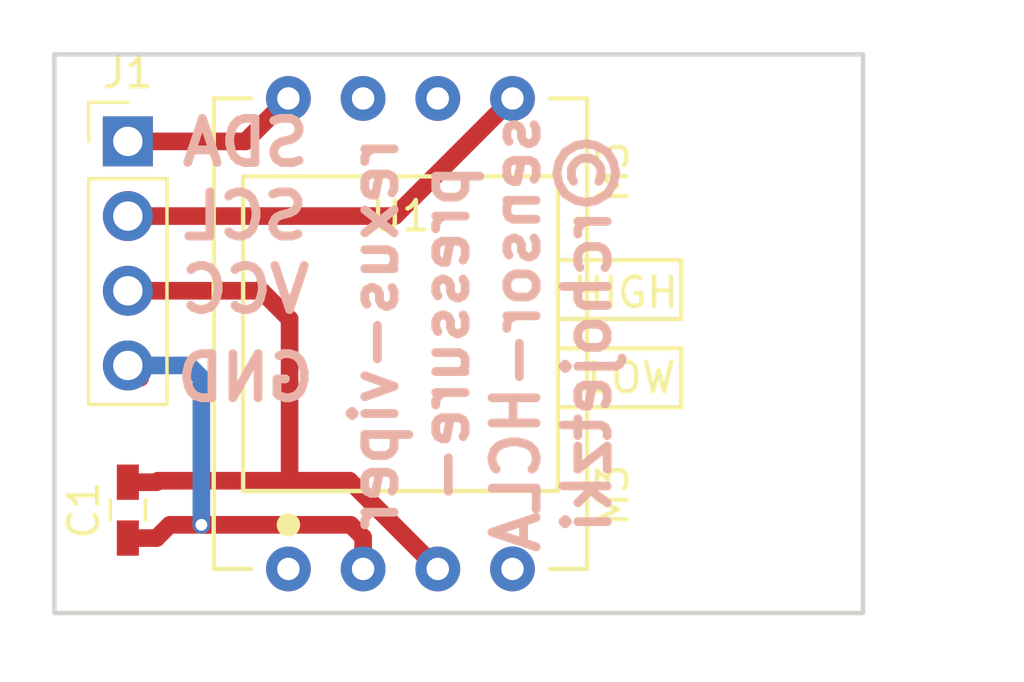
<source format=kicad_pcb>
(kicad_pcb (version 4) (host pcbnew 4.0.6)

  (general
    (links 6)
    (no_connects 0)
    (area 148.924999 87.424999 176.575001 106.575001)
    (thickness 1.6)
    (drawings 9)
    (tracks 25)
    (zones 0)
    (modules 5)
    (nets 9)
  )

  (page A4)
  (layers
    (0 F.Cu signal)
    (31 B.Cu signal)
    (32 B.Adhes user)
    (33 F.Adhes user)
    (34 B.Paste user)
    (35 F.Paste user)
    (36 B.SilkS user)
    (37 F.SilkS user)
    (38 B.Mask user)
    (39 F.Mask user)
    (40 Dwgs.User user)
    (41 Cmts.User user)
    (42 Eco1.User user)
    (43 Eco2.User user)
    (44 Edge.Cuts user)
    (45 Margin user)
    (46 B.CrtYd user)
    (47 F.CrtYd user)
    (48 B.Fab user)
    (49 F.Fab user)
  )

  (setup
    (last_trace_width 0.6)
    (trace_clearance 0.2)
    (zone_clearance 0.508)
    (zone_45_only no)
    (trace_min 0.2)
    (segment_width 0.2)
    (edge_width 0.15)
    (via_size 0.6)
    (via_drill 0.4)
    (via_min_size 0.4)
    (via_min_drill 0.3)
    (uvia_size 0.3)
    (uvia_drill 0.1)
    (uvias_allowed no)
    (uvia_min_size 0.2)
    (uvia_min_drill 0.1)
    (pcb_text_width 0.3)
    (pcb_text_size 1.5 1.5)
    (mod_edge_width 0.15)
    (mod_text_size 1 1)
    (mod_text_width 0.15)
    (pad_size 1.524 1.524)
    (pad_drill 0.762)
    (pad_to_mask_clearance 0.2)
    (aux_axis_origin 0 0)
    (visible_elements 7FFFFFFF)
    (pcbplotparams
      (layerselection 0x00030_80000001)
      (usegerberextensions false)
      (excludeedgelayer true)
      (linewidth 0.100000)
      (plotframeref false)
      (viasonmask false)
      (mode 1)
      (useauxorigin false)
      (hpglpennumber 1)
      (hpglpenspeed 20)
      (hpglpendiameter 15)
      (hpglpenoverlay 2)
      (psnegative false)
      (psa4output false)
      (plotreference true)
      (plotvalue true)
      (plotinvisibletext false)
      (padsonsilk false)
      (subtractmaskfromsilk false)
      (outputformat 1)
      (mirror false)
      (drillshape 1)
      (scaleselection 1)
      (outputdirectory ""))
  )

  (net 0 "")
  (net 1 /VCC)
  (net 2 /GND)
  (net 3 /SDA)
  (net 4 /SCL)
  (net 5 "Net-(U1-Pad1)")
  (net 6 "Net-(U1-Pad4)")
  (net 7 "Net-(U1-Pad6)")
  (net 8 "Net-(U1-Pad7)")

  (net_class Default "This is the default net class."
    (clearance 0.2)
    (trace_width 0.6)
    (via_dia 0.6)
    (via_drill 0.4)
    (uvia_dia 0.3)
    (uvia_drill 0.1)
    (add_net /GND)
    (add_net /SCL)
    (add_net /SDA)
    (add_net /VCC)
    (add_net "Net-(U1-Pad1)")
    (add_net "Net-(U1-Pad4)")
    (add_net "Net-(U1-Pad6)")
    (add_net "Net-(U1-Pad7)")
  )

  (module Capacitors_SMD:C_0603_HandSoldering (layer F.Cu) (tedit 58AA848B) (tstamp 59232AEF)
    (at 151.5 103 270)
    (descr "Capacitor SMD 0603, hand soldering")
    (tags "capacitor 0603")
    (path /592324A4)
    (attr smd)
    (fp_text reference C1 (at 0 1.5 270) (layer F.SilkS)
      (effects (font (size 1 1) (thickness 0.15)))
    )
    (fp_text value 100nF (at 0 3 270) (layer F.Fab)
      (effects (font (size 1 1) (thickness 0.15)))
    )
    (fp_text user %R (at 0 -1.25 270) (layer F.Fab)
      (effects (font (size 1 1) (thickness 0.15)))
    )
    (fp_line (start -0.8 0.4) (end -0.8 -0.4) (layer F.Fab) (width 0.1))
    (fp_line (start 0.8 0.4) (end -0.8 0.4) (layer F.Fab) (width 0.1))
    (fp_line (start 0.8 -0.4) (end 0.8 0.4) (layer F.Fab) (width 0.1))
    (fp_line (start -0.8 -0.4) (end 0.8 -0.4) (layer F.Fab) (width 0.1))
    (fp_line (start -0.35 -0.6) (end 0.35 -0.6) (layer F.SilkS) (width 0.12))
    (fp_line (start 0.35 0.6) (end -0.35 0.6) (layer F.SilkS) (width 0.12))
    (fp_line (start -1.8 -0.65) (end 1.8 -0.65) (layer F.CrtYd) (width 0.05))
    (fp_line (start -1.8 -0.65) (end -1.8 0.65) (layer F.CrtYd) (width 0.05))
    (fp_line (start 1.8 0.65) (end 1.8 -0.65) (layer F.CrtYd) (width 0.05))
    (fp_line (start 1.8 0.65) (end -1.8 0.65) (layer F.CrtYd) (width 0.05))
    (pad 1 smd rect (at -0.95 0 270) (size 1.2 0.75) (layers F.Cu F.Paste F.Mask)
      (net 1 /VCC))
    (pad 2 smd rect (at 0.95 0 270) (size 1.2 0.75) (layers F.Cu F.Paste F.Mask)
      (net 2 /GND))
    (model Capacitors_SMD.3dshapes/C_0603.wrl
      (at (xyz 0 0 0))
      (scale (xyz 1 1 1))
      (rotate (xyz 0 0 0))
    )
  )

  (module Pin_Headers:Pin_Header_Straight_1x04_Pitch2.54mm (layer F.Cu) (tedit 58CD4EC1) (tstamp 59232AF7)
    (at 151.5 90.46)
    (descr "Through hole straight pin header, 1x04, 2.54mm pitch, single row")
    (tags "Through hole pin header THT 1x04 2.54mm single row")
    (path /592325E7)
    (fp_text reference J1 (at 0 -2.33) (layer F.SilkS)
      (effects (font (size 1 1) (thickness 0.15)))
    )
    (fp_text value CONN_01X04 (at -3.5 3.54 90) (layer F.Fab)
      (effects (font (size 1 1) (thickness 0.15)))
    )
    (fp_line (start -1.27 -1.27) (end -1.27 8.89) (layer F.Fab) (width 0.1))
    (fp_line (start -1.27 8.89) (end 1.27 8.89) (layer F.Fab) (width 0.1))
    (fp_line (start 1.27 8.89) (end 1.27 -1.27) (layer F.Fab) (width 0.1))
    (fp_line (start 1.27 -1.27) (end -1.27 -1.27) (layer F.Fab) (width 0.1))
    (fp_line (start -1.33 1.27) (end -1.33 8.95) (layer F.SilkS) (width 0.12))
    (fp_line (start -1.33 8.95) (end 1.33 8.95) (layer F.SilkS) (width 0.12))
    (fp_line (start 1.33 8.95) (end 1.33 1.27) (layer F.SilkS) (width 0.12))
    (fp_line (start 1.33 1.27) (end -1.33 1.27) (layer F.SilkS) (width 0.12))
    (fp_line (start -1.33 0) (end -1.33 -1.33) (layer F.SilkS) (width 0.12))
    (fp_line (start -1.33 -1.33) (end 0 -1.33) (layer F.SilkS) (width 0.12))
    (fp_line (start -1.8 -1.8) (end -1.8 9.4) (layer F.CrtYd) (width 0.05))
    (fp_line (start -1.8 9.4) (end 1.8 9.4) (layer F.CrtYd) (width 0.05))
    (fp_line (start 1.8 9.4) (end 1.8 -1.8) (layer F.CrtYd) (width 0.05))
    (fp_line (start 1.8 -1.8) (end -1.8 -1.8) (layer F.CrtYd) (width 0.05))
    (fp_text user %R (at 0 -2.33) (layer F.Fab)
      (effects (font (size 1 1) (thickness 0.15)))
    )
    (pad 1 thru_hole rect (at 0 0) (size 1.7 1.7) (drill 1) (layers *.Cu *.Mask)
      (net 3 /SDA))
    (pad 2 thru_hole oval (at 0 2.54) (size 1.7 1.7) (drill 1) (layers *.Cu *.Mask)
      (net 4 /SCL))
    (pad 3 thru_hole oval (at 0 5.08) (size 1.7 1.7) (drill 1) (layers *.Cu *.Mask)
      (net 1 /VCC))
    (pad 4 thru_hole oval (at 0 7.62) (size 1.7 1.7) (drill 1) (layers *.Cu *.Mask)
      (net 2 /GND))
    (model ${KISYS3DMOD}/Pin_Headers.3dshapes/Pin_Header_Straight_1x04_Pitch2.54mm.wrl
      (at (xyz 0 -0.15 0))
      (scale (xyz 1 1 1))
      (rotate (xyz 0 0 90))
    )
  )

  (module pressure-sensor-hcla:HCLA-DIP (layer F.Cu) (tedit 592329CD) (tstamp 59232B03)
    (at 154.42 105)
    (path /592323F8)
    (fp_text reference U1 (at 6.35 -12) (layer F.SilkS)
      (effects (font (size 1 1) (thickness 0.15)))
    )
    (fp_text value HCLA-XXXX-DIP-X (at 6.35 -3.81) (layer F.Fab)
      (effects (font (size 1 1) (thickness 0.15)))
    )
    (fp_line (start 12.7 0) (end 11.43 0) (layer F.SilkS) (width 0.15))
    (fp_line (start 0 0) (end 1.27 0) (layer F.SilkS) (width 0.15))
    (fp_line (start 12.7 -16) (end 11.43 -16) (layer F.SilkS) (width 0.15))
    (fp_line (start 0 -16) (end 1.27 -16) (layer F.SilkS) (width 0.15))
    (fp_text user LOW (at 14.2 -6.5) (layer F.SilkS)
      (effects (font (size 1 1) (thickness 0.15)))
    )
    (fp_text user HIGH (at 14 -9.4) (layer F.SilkS)
      (effects (font (size 1 1) (thickness 0.15)))
    )
    (fp_line (start 12.7 -8.5) (end 11.7 -8.5) (layer F.SilkS) (width 0.15))
    (fp_line (start 12.7 -5.5) (end 11.7 -5.5) (layer F.SilkS) (width 0.15))
    (fp_line (start 12.7 -7.5) (end 11.7 -7.5) (layer F.SilkS) (width 0.15))
    (fp_line (start 15.9 -5.5) (end 12.7 -5.5) (layer F.SilkS) (width 0.15))
    (fp_line (start 15.9 -7.5) (end 12.7 -7.5) (layer F.SilkS) (width 0.15))
    (fp_line (start 15.9 -8.5) (end 12.7 -8.5) (layer F.SilkS) (width 0.15))
    (fp_line (start 15.9 -10.5) (end 11.7 -10.5) (layer F.SilkS) (width 0.15))
    (fp_line (start 15.9 -5.5) (end 15.9 -7.5) (layer F.SilkS) (width 0.15))
    (fp_line (start 15.9 -8.5) (end 15.9 -10.5) (layer F.SilkS) (width 0.15))
    (fp_circle (center 2.54 -1.5) (end 2.54 -1.7) (layer F.SilkS) (width 0.4))
    (fp_line (start 11.7 -2.65) (end 11.7 -13.35) (layer F.SilkS) (width 0.15))
    (fp_line (start 1 -13.35) (end 11.7 -13.35) (layer F.SilkS) (width 0.15))
    (fp_line (start 1 -2.65) (end 11.7 -2.65) (layer F.SilkS) (width 0.15))
    (fp_line (start 1 -2.65) (end 1 -13.35) (layer F.SilkS) (width 0.15))
    (fp_line (start 0 0) (end 0 -16) (layer F.SilkS) (width 0.15))
    (fp_line (start 12.7 0) (end 12.7 -16) (layer F.SilkS) (width 0.15))
    (pad 1 thru_hole circle (at 2.54 0) (size 1.524 1.524) (drill 0.762) (layers *.Cu *.Mask)
      (net 5 "Net-(U1-Pad1)"))
    (pad 2 thru_hole circle (at 5.08 0) (size 1.524 1.524) (drill 0.762) (layers *.Cu *.Mask)
      (net 2 /GND))
    (pad 3 thru_hole circle (at 7.62 0) (size 1.524 1.524) (drill 0.762) (layers *.Cu *.Mask)
      (net 1 /VCC))
    (pad 4 thru_hole circle (at 10.16 0) (size 1.524 1.524) (drill 0.762) (layers *.Cu *.Mask)
      (net 6 "Net-(U1-Pad4)"))
    (pad 5 thru_hole circle (at 10.16 -16) (size 1.524 1.524) (drill 0.762) (layers *.Cu *.Mask)
      (net 4 /SCL))
    (pad 6 thru_hole circle (at 7.62 -16) (size 1.524 1.524) (drill 0.762) (layers *.Cu *.Mask)
      (net 7 "Net-(U1-Pad6)"))
    (pad 7 thru_hole circle (at 5.08 -16) (size 1.524 1.524) (drill 0.762) (layers *.Cu *.Mask)
      (net 8 "Net-(U1-Pad7)"))
    (pad 8 thru_hole circle (at 2.54 -16) (size 1.524 1.524) (drill 0.762) (layers *.Cu *.Mask)
      (net 3 /SDA))
  )

  (module Mounting_Holes:MountingHole_3.2mm_M3 (layer F.Cu) (tedit 59232C3F) (tstamp 59232BE9)
    (at 172.5 91.5)
    (descr "Mounting Hole 3.2mm, no annular, M3")
    (tags "mounting hole 3.2mm no annular m3")
    (fp_text reference M3 (at -4.5 0 90) (layer F.SilkS)
      (effects (font (size 1 1) (thickness 0.15)))
    )
    (fp_text value MountingHole_3.2mm_M3 (at 0 -5) (layer F.Fab)
      (effects (font (size 1 1) (thickness 0.15)))
    )
    (fp_circle (center 0 0) (end 3.2 0) (layer Cmts.User) (width 0.15))
    (fp_circle (center 0 0) (end 3.45 0) (layer F.CrtYd) (width 0.05))
    (pad 1 np_thru_hole circle (at 0 0) (size 3.2 3.2) (drill 3.2) (layers *.Cu *.Mask))
  )

  (module Mounting_Holes:MountingHole_3.2mm_M3 (layer F.Cu) (tedit 59232C55) (tstamp 59232BFF)
    (at 172.5 102.5)
    (descr "Mounting Hole 3.2mm, no annular, M3")
    (tags "mounting hole 3.2mm no annular m3")
    (fp_text reference M3 (at -4.5 0 90) (layer F.SilkS)
      (effects (font (size 1 1) (thickness 0.15)))
    )
    (fp_text value MountingHole_3.2mm_M3 (at 0 5.5) (layer F.Fab)
      (effects (font (size 1 1) (thickness 0.15)))
    )
    (fp_circle (center 0 0) (end 3.2 0) (layer Cmts.User) (width 0.15))
    (fp_circle (center 0 0) (end 3.45 0) (layer F.CrtYd) (width 0.05))
    (pad 1 np_thru_hole circle (at 0 0) (size 3.2 3.2) (drill 3.2) (layers *.Cu *.Mask))
  )

  (gr_text "rexus-viper\npressure-\nsensor-HCLA\n©rchojetzki" (at 163.5 97 90) (layer B.SilkS)
    (effects (font (size 1.5 1.5) (thickness 0.3)) (justify mirror))
  )
  (gr_text GND (at 155.5 98.5) (layer B.SilkS)
    (effects (font (size 1.5 1.5) (thickness 0.3)) (justify mirror))
  )
  (gr_text VCC (at 155.5 95.5) (layer B.SilkS)
    (effects (font (size 1.5 1.5) (thickness 0.3)) (justify mirror))
  )
  (gr_text SCL (at 155.5 93) (layer B.SilkS)
    (effects (font (size 1.5 1.5) (thickness 0.3)) (justify mirror))
  )
  (gr_text SDA (at 155.5 90.5) (layer B.SilkS)
    (effects (font (size 1.5 1.5) (thickness 0.3)) (justify mirror))
  )
  (gr_line (start 176.5 106.5) (end 176.5 87.5) (layer Edge.Cuts) (width 0.15))
  (gr_line (start 149 106.5) (end 176.5 106.5) (layer Edge.Cuts) (width 0.15))
  (gr_line (start 149 87.5) (end 149 106.5) (layer Edge.Cuts) (width 0.15))
  (gr_line (start 176.5 87.5) (end 149 87.5) (layer Edge.Cuts) (width 0.15))

  (segment (start 156 95.5) (end 155.96 95.54) (width 0.6) (layer F.Cu) (net 1))
  (segment (start 155.96 95.54) (end 151.5 95.54) (width 0.6) (layer F.Cu) (net 1))
  (segment (start 157 96.5) (end 156 95.5) (width 0.6) (layer F.Cu) (net 1))
  (segment (start 157 102) (end 159.04 102) (width 0.6) (layer F.Cu) (net 1))
  (segment (start 152.525 102) (end 157 102) (width 0.6) (layer F.Cu) (net 1))
  (segment (start 157 102) (end 157 96.5) (width 0.6) (layer F.Cu) (net 1))
  (segment (start 159.04 102) (end 162.04 105) (width 0.6) (layer F.Cu) (net 1))
  (segment (start 151.5 102.05) (end 152.475 102.05) (width 0.6) (layer F.Cu) (net 1))
  (segment (start 152.475 102.05) (end 152.525 102) (width 0.6) (layer F.Cu) (net 1))
  (segment (start 154 98.5) (end 153.58 98.08) (width 0.6) (layer B.Cu) (net 2))
  (segment (start 153.58 98.08) (end 151.5 98.08) (width 0.6) (layer B.Cu) (net 2))
  (segment (start 151.92 98.5) (end 151.5 98.08) (width 0.6) (layer F.Cu) (net 2))
  (segment (start 154 103.5) (end 154 98.5) (width 0.6) (layer B.Cu) (net 2))
  (segment (start 154.5 103.5) (end 152.925 103.5) (width 0.6) (layer F.Cu) (net 2))
  (segment (start 159.07763 103.5) (end 154.5 103.5) (width 0.6) (layer F.Cu) (net 2))
  (segment (start 154.5 103.5) (end 154 103.5) (width 0.6) (layer F.Cu) (net 2))
  (via (at 154 103.5) (size 0.6) (drill 0.4) (layers F.Cu B.Cu) (net 2))
  (segment (start 152.925 103.5) (end 152.475 103.95) (width 0.6) (layer F.Cu) (net 2))
  (segment (start 152.475 103.95) (end 151.5 103.95) (width 0.6) (layer F.Cu) (net 2))
  (segment (start 159.5 105) (end 159.5 103.92237) (width 0.6) (layer F.Cu) (net 2))
  (segment (start 159.5 103.92237) (end 159.07763 103.5) (width 0.6) (layer F.Cu) (net 2))
  (segment (start 151.5 90.46) (end 155.5 90.46) (width 0.6) (layer F.Cu) (net 3))
  (segment (start 155.5 90.46) (end 156.96 89) (width 0.6) (layer F.Cu) (net 3))
  (segment (start 151.5 93) (end 160.58 93) (width 0.6) (layer F.Cu) (net 4))
  (segment (start 160.58 93) (end 164.58 89) (width 0.6) (layer F.Cu) (net 4))

)

</source>
